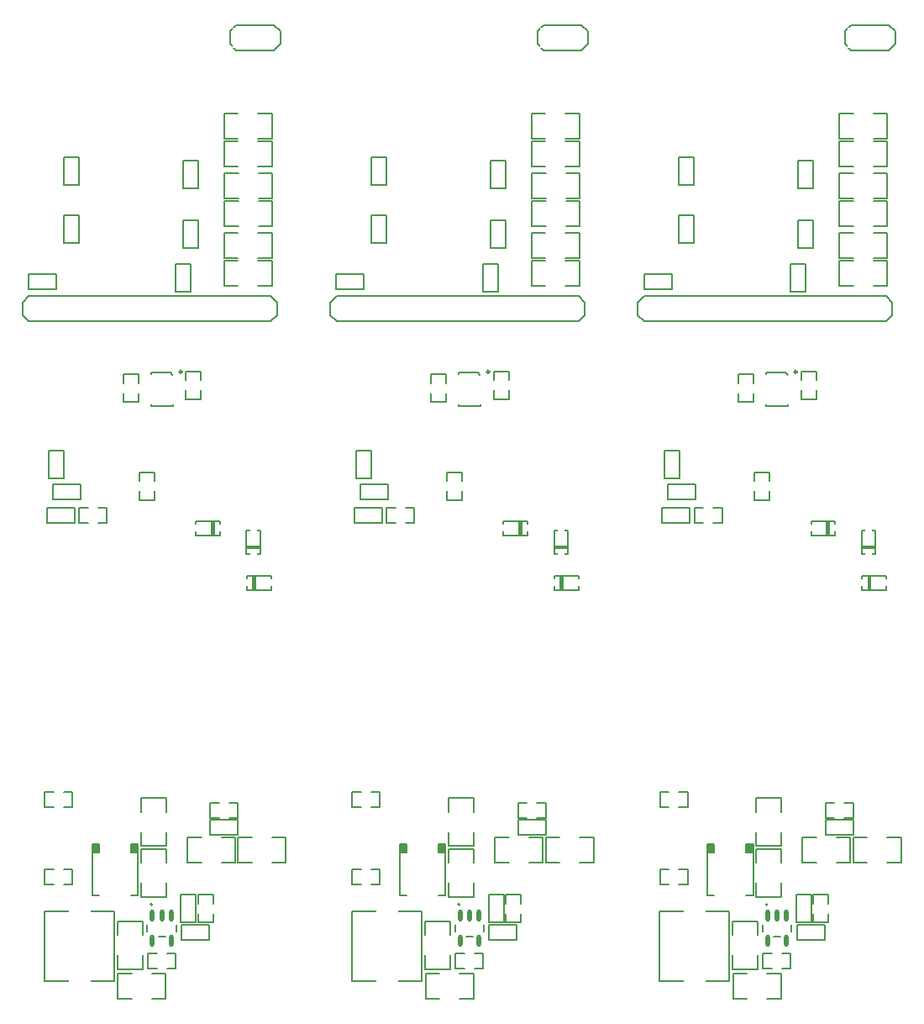
<source format=gbr>
%TF.GenerationSoftware,KiCad,Pcbnew,6.0.4-6f826c9f35~116~ubuntu20.04.1*%
%TF.CreationDate,2022-04-24T16:07:36+02:00*%
%TF.ProjectId,crawl_esc_pan,63726177-6c5f-4657-9363-5f70616e2e6b,rev?*%
%TF.SameCoordinates,Original*%
%TF.FileFunction,Legend,Bot*%
%TF.FilePolarity,Positive*%
%FSLAX46Y46*%
G04 Gerber Fmt 4.6, Leading zero omitted, Abs format (unit mm)*
G04 Created by KiCad (PCBNEW 6.0.4-6f826c9f35~116~ubuntu20.04.1) date 2022-04-24 16:07:36*
%MOMM*%
%LPD*%
G01*
G04 APERTURE LIST*
G04 Aperture macros list*
%AMRoundRect*
0 Rectangle with rounded corners*
0 $1 Rounding radius*
0 $2 $3 $4 $5 $6 $7 $8 $9 X,Y pos of 4 corners*
0 Add a 4 corners polygon primitive as box body*
4,1,4,$2,$3,$4,$5,$6,$7,$8,$9,$2,$3,0*
0 Add four circle primitives for the rounded corners*
1,1,$1+$1,$2,$3*
1,1,$1+$1,$4,$5*
1,1,$1+$1,$6,$7*
1,1,$1+$1,$8,$9*
0 Add four rect primitives between the rounded corners*
20,1,$1+$1,$2,$3,$4,$5,0*
20,1,$1+$1,$4,$5,$6,$7,0*
20,1,$1+$1,$6,$7,$8,$9,0*
20,1,$1+$1,$8,$9,$2,$3,0*%
G04 Aperture macros list end*
%ADD10C,0.200000*%
%ADD11C,0.127000*%
%ADD12C,0.150000*%
%ADD13C,0.250000*%
%ADD14C,2.000000*%
%ADD15R,2.000000X2.000000*%
%ADD16R,2.260000X2.160000*%
%ADD17R,1.016000X0.762000*%
%ADD18R,0.762000X1.016000*%
%ADD19R,1.193800X2.006600*%
%ADD20RoundRect,0.147500X-0.147500X0.457500X-0.147500X-0.457500X0.147500X-0.457500X0.147500X0.457500X0*%
%ADD21R,2.200000X2.700000*%
%ADD22R,2.006600X1.193800*%
%ADD23C,1.600200*%
%ADD24R,1.600200X1.600200*%
%ADD25C,1.000000*%
%ADD26R,0.800000X0.800000*%
%ADD27R,1.200000X0.600000*%
%ADD28O,4.300000X3.500000*%
%ADD29C,0.500000*%
%ADD30C,4.000000*%
G04 APERTURE END LIST*
D10*
%TO.C,D13*%
X178199542Y-126753780D02*
X178899542Y-126753780D01*
X182099542Y-126880780D02*
X182799542Y-126880780D01*
X178899542Y-127388780D02*
X178899542Y-126499780D01*
X178199542Y-126499780D02*
X178899542Y-126499780D01*
X182099542Y-127134780D02*
X182799542Y-127134780D01*
X182099542Y-127261780D02*
X182799542Y-127261780D01*
X178199542Y-127007780D02*
X178899542Y-127007780D01*
X182099542Y-127388780D02*
X182799542Y-127388780D01*
X182099542Y-131699779D02*
X182799542Y-131699779D01*
X178199542Y-126626780D02*
X178899542Y-126626780D01*
X182099542Y-127388780D02*
X182099542Y-126499780D01*
X178199542Y-131699779D02*
X178199542Y-126499780D01*
X182099542Y-127007780D02*
X182799542Y-127007780D01*
X182099542Y-126626780D02*
X182799542Y-126626780D01*
X182099542Y-126499780D02*
X182799542Y-126499780D01*
X178199542Y-127261780D02*
X178899542Y-127261780D01*
X178199542Y-131699779D02*
X178899542Y-131699779D01*
X178199542Y-127388780D02*
X178899542Y-127388780D01*
X182099542Y-126753780D02*
X182799542Y-126753780D01*
X182799542Y-131699779D02*
X182799542Y-126499780D01*
X178199542Y-126880780D02*
X178899542Y-126880780D01*
X178199542Y-127134780D02*
X178899542Y-127134780D01*
%TO.C,R65*%
X187137542Y-134396779D02*
X188661542Y-134396779D01*
X188661542Y-134396779D02*
X188661542Y-131602779D01*
X187137542Y-134396779D02*
X187137542Y-131602779D01*
X187137542Y-131602779D02*
X188661542Y-131602779D01*
%TO.C,R66*%
X187202544Y-136161782D02*
X187202544Y-134637782D01*
X187202544Y-134637782D02*
X189996544Y-134637782D01*
X187202544Y-136161782D02*
X189996544Y-136161782D01*
X189996544Y-136161782D02*
X189996544Y-134637782D01*
%TO.C,C110*%
X185707542Y-139061781D02*
X186596542Y-139061781D01*
X183802542Y-139061781D02*
X183802542Y-137537781D01*
X186596542Y-139061781D02*
X186596542Y-137537781D01*
X183802542Y-139061781D02*
X184691542Y-139061781D01*
X183802542Y-137537781D02*
X184691542Y-137537781D01*
X185707542Y-137537781D02*
X186596542Y-137537781D01*
%TO.C,C95*%
X187786542Y-125829777D02*
X189183542Y-125829777D01*
X191215542Y-128369777D02*
X192612542Y-128369777D01*
X187786542Y-128369777D02*
X187786542Y-125829777D01*
X187786542Y-128369777D02*
X189183542Y-128369777D01*
X191215542Y-125829777D02*
X192612542Y-125829777D01*
X192612542Y-128369777D02*
X192612542Y-125829777D01*
%TO.C,C97*%
X196315542Y-125829777D02*
X197712542Y-125829777D01*
X197712542Y-128369777D02*
X197712542Y-125829777D01*
X192886542Y-125829777D02*
X194283542Y-125829777D01*
X196315542Y-128369777D02*
X197712542Y-128369777D01*
X192886542Y-128369777D02*
X192886542Y-125829777D01*
X192886542Y-128369777D02*
X194283542Y-128369777D01*
%TO.C,IC15*%
X184249542Y-132589780D02*
G75*
G03*
X184249542Y-132589780I-100000J0D01*
G01*
D11*
X186649542Y-135329780D02*
X186649542Y-134669781D01*
X183749542Y-135329780D02*
X183749542Y-134669781D01*
X184864542Y-135799781D02*
X185534544Y-135799781D01*
D12*
%TO.C,L8*%
X180399545Y-140299780D02*
X180399545Y-133299779D01*
X173399544Y-140299780D02*
X173399544Y-133299779D01*
X173399544Y-140299780D02*
X180399545Y-140299780D01*
X173399544Y-133299779D02*
X180399545Y-133299779D01*
D10*
%TO.C,C111*%
X183129545Y-131812781D02*
X183129545Y-130415781D01*
X183129545Y-128383781D02*
X183129545Y-126986781D01*
X185669545Y-128383781D02*
X185669545Y-126986781D01*
X183129545Y-126986781D02*
X185669545Y-126986781D01*
X183129545Y-131812781D02*
X185669545Y-131812781D01*
X185669545Y-131812781D02*
X185669545Y-130415781D01*
%TO.C,C107*%
X188837542Y-132491779D02*
X188837542Y-131602779D01*
X190361542Y-134396779D02*
X190361542Y-133507779D01*
X190361542Y-132491779D02*
X190361542Y-131602779D01*
X188837542Y-131602779D02*
X190361542Y-131602779D01*
X188837542Y-134396779D02*
X190361542Y-134396779D01*
X188837542Y-134396779D02*
X188837542Y-133507779D01*
%TO.C,C102*%
X185612542Y-142069779D02*
X185612542Y-139529779D01*
X184215542Y-139529779D02*
X185612542Y-139529779D01*
X184215542Y-142069779D02*
X185612542Y-142069779D01*
X180786542Y-142069779D02*
X180786542Y-139529779D01*
X180786542Y-139529779D02*
X182183542Y-139529779D01*
X180786542Y-142069779D02*
X182183542Y-142069779D01*
%TO.C,C113*%
X173402544Y-121237779D02*
X174291544Y-121237779D01*
X173402544Y-122761779D02*
X174291544Y-122761779D01*
X176196544Y-122761779D02*
X176196544Y-121237779D01*
X175307544Y-121237779D02*
X176196544Y-121237779D01*
X173402544Y-122761779D02*
X173402544Y-121237779D01*
X175307544Y-122761779D02*
X176196544Y-122761779D01*
%TO.C,R61*%
X190102542Y-125561777D02*
X192896542Y-125561777D01*
X192896542Y-125561777D02*
X192896542Y-124037777D01*
X190102542Y-124037777D02*
X192896542Y-124037777D01*
X190102542Y-125561777D02*
X190102542Y-124037777D01*
%TO.C,C94*%
X190102542Y-123861777D02*
X190991542Y-123861777D01*
X192007542Y-122337777D02*
X192896542Y-122337777D01*
X192007542Y-123861777D02*
X192896542Y-123861777D01*
X192896542Y-123861777D02*
X192896542Y-122337777D01*
X190102542Y-122337777D02*
X190991542Y-122337777D01*
X190102542Y-123861777D02*
X190102542Y-122337777D01*
%TO.C,C112*%
X183129542Y-121886779D02*
X185669542Y-121886779D01*
X183129542Y-126712779D02*
X183129542Y-125315779D01*
X185669542Y-126712779D02*
X185669542Y-125315779D01*
X183129542Y-123283779D02*
X183129542Y-121886779D01*
X183129542Y-126712779D02*
X185669542Y-126712779D01*
X185669542Y-123283779D02*
X185669542Y-121886779D01*
%TO.C,C114*%
X173402544Y-130561777D02*
X173402544Y-129037777D01*
X173402544Y-130561777D02*
X174291544Y-130561777D01*
X176196544Y-130561777D02*
X176196544Y-129037777D01*
X175307544Y-130561777D02*
X176196544Y-130561777D01*
X173402544Y-129037777D02*
X174291544Y-129037777D01*
X175307544Y-129037777D02*
X176196544Y-129037777D01*
%TO.C,C101*%
X180729544Y-139112782D02*
X180729544Y-137715782D01*
X183269544Y-139112782D02*
X183269544Y-137715782D01*
X180729544Y-134286782D02*
X183269544Y-134286782D01*
X180729544Y-139112782D02*
X183269544Y-139112782D01*
X183269544Y-135683782D02*
X183269544Y-134286782D01*
X180729544Y-135683782D02*
X180729544Y-134286782D01*
%TO.C,D11*%
X147199542Y-126753780D02*
X147899542Y-126753780D01*
X151099542Y-126880780D02*
X151799542Y-126880780D01*
X147899542Y-127388780D02*
X147899542Y-126499780D01*
X147199542Y-126499780D02*
X147899542Y-126499780D01*
X151099542Y-127134780D02*
X151799542Y-127134780D01*
X151099542Y-127261780D02*
X151799542Y-127261780D01*
X147199542Y-127007780D02*
X147899542Y-127007780D01*
X151099542Y-127388780D02*
X151799542Y-127388780D01*
X151099542Y-131699779D02*
X151799542Y-131699779D01*
X147199542Y-126626780D02*
X147899542Y-126626780D01*
X151099542Y-127388780D02*
X151099542Y-126499780D01*
X147199542Y-131699779D02*
X147199542Y-126499780D01*
X151099542Y-127007780D02*
X151799542Y-127007780D01*
X151099542Y-126626780D02*
X151799542Y-126626780D01*
X151099542Y-126499780D02*
X151799542Y-126499780D01*
X147199542Y-127261780D02*
X147899542Y-127261780D01*
X147199542Y-131699779D02*
X147899542Y-131699779D01*
X147199542Y-127388780D02*
X147899542Y-127388780D01*
X151099542Y-126753780D02*
X151799542Y-126753780D01*
X151799542Y-131699779D02*
X151799542Y-126499780D01*
X147199542Y-126880780D02*
X147899542Y-126880780D01*
X147199542Y-127134780D02*
X147899542Y-127134780D01*
%TO.C,R59*%
X156137542Y-134396779D02*
X157661542Y-134396779D01*
X157661542Y-134396779D02*
X157661542Y-131602779D01*
X156137542Y-134396779D02*
X156137542Y-131602779D01*
X156137542Y-131602779D02*
X157661542Y-131602779D01*
%TO.C,R60*%
X156202544Y-136161782D02*
X156202544Y-134637782D01*
X156202544Y-134637782D02*
X158996544Y-134637782D01*
X156202544Y-136161782D02*
X158996544Y-136161782D01*
X158996544Y-136161782D02*
X158996544Y-134637782D01*
%TO.C,C88*%
X154707542Y-139061781D02*
X155596542Y-139061781D01*
X152802542Y-139061781D02*
X152802542Y-137537781D01*
X155596542Y-139061781D02*
X155596542Y-137537781D01*
X152802542Y-139061781D02*
X153691542Y-139061781D01*
X152802542Y-137537781D02*
X153691542Y-137537781D01*
X154707542Y-137537781D02*
X155596542Y-137537781D01*
%TO.C,C73*%
X156786542Y-125829777D02*
X158183542Y-125829777D01*
X160215542Y-128369777D02*
X161612542Y-128369777D01*
X156786542Y-128369777D02*
X156786542Y-125829777D01*
X156786542Y-128369777D02*
X158183542Y-128369777D01*
X160215542Y-125829777D02*
X161612542Y-125829777D01*
X161612542Y-128369777D02*
X161612542Y-125829777D01*
%TO.C,C75*%
X165315542Y-125829777D02*
X166712542Y-125829777D01*
X166712542Y-128369777D02*
X166712542Y-125829777D01*
X161886542Y-125829777D02*
X163283542Y-125829777D01*
X165315542Y-128369777D02*
X166712542Y-128369777D01*
X161886542Y-128369777D02*
X161886542Y-125829777D01*
X161886542Y-128369777D02*
X163283542Y-128369777D01*
%TO.C,IC12*%
X153249542Y-132589780D02*
G75*
G03*
X153249542Y-132589780I-100000J0D01*
G01*
D11*
X155649542Y-135329780D02*
X155649542Y-134669781D01*
X152749542Y-135329780D02*
X152749542Y-134669781D01*
X153864542Y-135799781D02*
X154534544Y-135799781D01*
D12*
%TO.C,L6*%
X149399545Y-140299780D02*
X149399545Y-133299779D01*
X142399544Y-140299780D02*
X142399544Y-133299779D01*
X142399544Y-140299780D02*
X149399545Y-140299780D01*
X142399544Y-133299779D02*
X149399545Y-133299779D01*
D10*
%TO.C,C89*%
X152129545Y-131812781D02*
X152129545Y-130415781D01*
X152129545Y-128383781D02*
X152129545Y-126986781D01*
X154669545Y-128383781D02*
X154669545Y-126986781D01*
X152129545Y-126986781D02*
X154669545Y-126986781D01*
X152129545Y-131812781D02*
X154669545Y-131812781D01*
X154669545Y-131812781D02*
X154669545Y-130415781D01*
%TO.C,C85*%
X157837542Y-132491779D02*
X157837542Y-131602779D01*
X159361542Y-134396779D02*
X159361542Y-133507779D01*
X159361542Y-132491779D02*
X159361542Y-131602779D01*
X157837542Y-131602779D02*
X159361542Y-131602779D01*
X157837542Y-134396779D02*
X159361542Y-134396779D01*
X157837542Y-134396779D02*
X157837542Y-133507779D01*
%TO.C,C80*%
X154612542Y-142069779D02*
X154612542Y-139529779D01*
X153215542Y-139529779D02*
X154612542Y-139529779D01*
X153215542Y-142069779D02*
X154612542Y-142069779D01*
X149786542Y-142069779D02*
X149786542Y-139529779D01*
X149786542Y-139529779D02*
X151183542Y-139529779D01*
X149786542Y-142069779D02*
X151183542Y-142069779D01*
%TO.C,C91*%
X142402544Y-121237779D02*
X143291544Y-121237779D01*
X142402544Y-122761779D02*
X143291544Y-122761779D01*
X145196544Y-122761779D02*
X145196544Y-121237779D01*
X144307544Y-121237779D02*
X145196544Y-121237779D01*
X142402544Y-122761779D02*
X142402544Y-121237779D01*
X144307544Y-122761779D02*
X145196544Y-122761779D01*
%TO.C,R55*%
X159102542Y-125561777D02*
X161896542Y-125561777D01*
X161896542Y-125561777D02*
X161896542Y-124037777D01*
X159102542Y-124037777D02*
X161896542Y-124037777D01*
X159102542Y-125561777D02*
X159102542Y-124037777D01*
%TO.C,C72*%
X159102542Y-123861777D02*
X159991542Y-123861777D01*
X161007542Y-122337777D02*
X161896542Y-122337777D01*
X161007542Y-123861777D02*
X161896542Y-123861777D01*
X161896542Y-123861777D02*
X161896542Y-122337777D01*
X159102542Y-122337777D02*
X159991542Y-122337777D01*
X159102542Y-123861777D02*
X159102542Y-122337777D01*
%TO.C,C90*%
X152129542Y-121886779D02*
X154669542Y-121886779D01*
X152129542Y-126712779D02*
X152129542Y-125315779D01*
X154669542Y-126712779D02*
X154669542Y-125315779D01*
X152129542Y-123283779D02*
X152129542Y-121886779D01*
X152129542Y-126712779D02*
X154669542Y-126712779D01*
X154669542Y-123283779D02*
X154669542Y-121886779D01*
%TO.C,C92*%
X142402544Y-130561777D02*
X142402544Y-129037777D01*
X142402544Y-130561777D02*
X143291544Y-130561777D01*
X145196544Y-130561777D02*
X145196544Y-129037777D01*
X144307544Y-130561777D02*
X145196544Y-130561777D01*
X142402544Y-129037777D02*
X143291544Y-129037777D01*
X144307544Y-129037777D02*
X145196544Y-129037777D01*
%TO.C,C79*%
X149729544Y-139112782D02*
X149729544Y-137715782D01*
X152269544Y-139112782D02*
X152269544Y-137715782D01*
X149729544Y-134286782D02*
X152269544Y-134286782D01*
X149729544Y-139112782D02*
X152269544Y-139112782D01*
X152269544Y-135683782D02*
X152269544Y-134286782D01*
X149729544Y-135683782D02*
X149729544Y-134286782D01*
D11*
%TO.C,D7*%
X193800000Y-99499998D02*
X196200000Y-99499998D01*
X194400002Y-100900000D02*
X194400002Y-99499998D01*
X193800000Y-100900000D02*
X193800000Y-99499998D01*
X196200000Y-100900000D02*
X196200000Y-99499998D01*
X193800000Y-100900000D02*
X196200000Y-100900000D01*
X194500002Y-100900000D02*
X194500002Y-99499998D01*
X194600002Y-100900000D02*
X194600002Y-99499998D01*
D10*
%TO.C,C67*%
X189162000Y-81697000D02*
X189162000Y-80808000D01*
X187638000Y-81697000D02*
X189162000Y-81697000D01*
X187638000Y-79792000D02*
X187638000Y-78903000D01*
X187638000Y-78903000D02*
X189162000Y-78903000D01*
X187638000Y-81697000D02*
X187638000Y-80808000D01*
X189162000Y-79792000D02*
X189162000Y-78903000D01*
%TO.C,R54*%
X174198417Y-90298073D02*
X176992417Y-90298073D01*
X174198417Y-91822073D02*
X176992417Y-91822073D01*
X174198417Y-91822073D02*
X174198417Y-90298073D01*
X176992417Y-91822073D02*
X176992417Y-90298073D01*
%TO.C,C58*%
X182933416Y-91857074D02*
X182933416Y-90968074D01*
X182933416Y-89063074D02*
X184457416Y-89063074D01*
X182933416Y-89952074D02*
X182933416Y-89063074D01*
X184457416Y-91857074D02*
X184457416Y-90968074D01*
X182933416Y-91857074D02*
X184457416Y-91857074D01*
X184457416Y-89952074D02*
X184457416Y-89063074D01*
%TO.C,L4*%
X175357416Y-89657073D02*
X175357416Y-86863073D01*
X173833416Y-86863073D02*
X175357416Y-86863073D01*
X173833416Y-89657073D02*
X173833416Y-86863073D01*
X173833416Y-89657073D02*
X175357416Y-89657073D01*
%TO.C,IC7*%
X186045401Y-79020148D02*
X186270402Y-79245146D01*
X184145402Y-82420146D02*
X184145402Y-82220146D01*
X184145402Y-82420146D02*
X186345403Y-82420146D01*
X184145402Y-79220145D02*
X184145402Y-79020148D01*
X184145402Y-79020148D02*
X186045401Y-79020148D01*
X186345403Y-82420146D02*
X186345403Y-82220146D01*
D13*
X187220404Y-78945146D02*
G75*
G03*
X187220404Y-78945146I-125000J0D01*
G01*
D10*
%TO.C,C60*%
X182862000Y-81997000D02*
X182862000Y-81108000D01*
X182862000Y-80092000D02*
X182862000Y-79203000D01*
X181338000Y-81997000D02*
X181338000Y-81108000D01*
X181338000Y-80092000D02*
X181338000Y-79203000D01*
X181338000Y-81997000D02*
X182862000Y-81997000D01*
X181338000Y-79203000D02*
X182862000Y-79203000D01*
D11*
%TO.C,D8*%
X195138002Y-97299998D02*
X195138002Y-94899998D01*
X193738000Y-96599998D02*
X195138002Y-96599998D01*
X193738000Y-97299998D02*
X195138002Y-97299998D01*
X193738000Y-96699998D02*
X195138002Y-96699998D01*
X193738000Y-97299998D02*
X193738000Y-94899998D01*
X193738000Y-94899998D02*
X195138002Y-94899998D01*
X193738000Y-96499998D02*
X195138002Y-96499998D01*
%TO.C,D9*%
X191045416Y-95400000D02*
X191045416Y-93999998D01*
X188645416Y-95400000D02*
X188645416Y-93999998D01*
X190245415Y-95400000D02*
X190245415Y-93999998D01*
X188645416Y-95400000D02*
X191045416Y-95400000D01*
X188645416Y-93999998D02*
X191045416Y-93999998D01*
X190345415Y-95400000D02*
X190345415Y-93999998D01*
X190445415Y-95400000D02*
X190445415Y-93999998D01*
D10*
%TO.C,C65*%
X176879417Y-94173757D02*
X176879417Y-92649757D01*
X178784417Y-94173757D02*
X179673417Y-94173757D01*
X176879417Y-94173757D02*
X177768417Y-94173757D01*
X179673417Y-94173757D02*
X179673417Y-92649757D01*
X176879417Y-92649757D02*
X177768417Y-92649757D01*
X178784417Y-92649757D02*
X179673417Y-92649757D01*
%TO.C,R44*%
X173631164Y-92637998D02*
X176425164Y-92637998D01*
X176425164Y-94161998D02*
X176425164Y-92637998D01*
X173631164Y-94161998D02*
X173631164Y-92637998D01*
X173631164Y-94161998D02*
X176425164Y-94161998D01*
D11*
%TO.C,D4*%
X162800000Y-99499998D02*
X165200000Y-99499998D01*
X163400002Y-100900000D02*
X163400002Y-99499998D01*
X162800000Y-100900000D02*
X162800000Y-99499998D01*
X165200000Y-100900000D02*
X165200000Y-99499998D01*
X162800000Y-100900000D02*
X165200000Y-100900000D01*
X163500002Y-100900000D02*
X163500002Y-99499998D01*
X163600002Y-100900000D02*
X163600002Y-99499998D01*
D10*
%TO.C,C51*%
X158162000Y-81697000D02*
X158162000Y-80808000D01*
X156638000Y-81697000D02*
X158162000Y-81697000D01*
X156638000Y-79792000D02*
X156638000Y-78903000D01*
X156638000Y-78903000D02*
X158162000Y-78903000D01*
X156638000Y-81697000D02*
X156638000Y-80808000D01*
X158162000Y-79792000D02*
X158162000Y-78903000D01*
%TO.C,R40*%
X143198417Y-90298073D02*
X145992417Y-90298073D01*
X143198417Y-91822073D02*
X145992417Y-91822073D01*
X143198417Y-91822073D02*
X143198417Y-90298073D01*
X145992417Y-91822073D02*
X145992417Y-90298073D01*
%TO.C,C42*%
X151933416Y-91857074D02*
X151933416Y-90968074D01*
X151933416Y-89063074D02*
X153457416Y-89063074D01*
X151933416Y-89952074D02*
X151933416Y-89063074D01*
X153457416Y-91857074D02*
X153457416Y-90968074D01*
X151933416Y-91857074D02*
X153457416Y-91857074D01*
X153457416Y-89952074D02*
X153457416Y-89063074D01*
%TO.C,L3*%
X144357416Y-89657073D02*
X144357416Y-86863073D01*
X142833416Y-86863073D02*
X144357416Y-86863073D01*
X142833416Y-89657073D02*
X142833416Y-86863073D01*
X142833416Y-89657073D02*
X144357416Y-89657073D01*
%TO.C,IC4*%
X155045401Y-79020148D02*
X155270402Y-79245146D01*
X153145402Y-82420146D02*
X153145402Y-82220146D01*
X153145402Y-82420146D02*
X155345403Y-82420146D01*
X153145402Y-79220145D02*
X153145402Y-79020148D01*
X153145402Y-79020148D02*
X155045401Y-79020148D01*
X155345403Y-82420146D02*
X155345403Y-82220146D01*
D13*
X156220404Y-78945146D02*
G75*
G03*
X156220404Y-78945146I-125000J0D01*
G01*
D10*
%TO.C,C44*%
X151862000Y-81997000D02*
X151862000Y-81108000D01*
X151862000Y-80092000D02*
X151862000Y-79203000D01*
X150338000Y-81997000D02*
X150338000Y-81108000D01*
X150338000Y-80092000D02*
X150338000Y-79203000D01*
X150338000Y-81997000D02*
X151862000Y-81997000D01*
X150338000Y-79203000D02*
X151862000Y-79203000D01*
D11*
%TO.C,D5*%
X164138002Y-97299998D02*
X164138002Y-94899998D01*
X162738000Y-96599998D02*
X164138002Y-96599998D01*
X162738000Y-97299998D02*
X164138002Y-97299998D01*
X162738000Y-96699998D02*
X164138002Y-96699998D01*
X162738000Y-97299998D02*
X162738000Y-94899998D01*
X162738000Y-94899998D02*
X164138002Y-94899998D01*
X162738000Y-96499998D02*
X164138002Y-96499998D01*
%TO.C,D6*%
X160045416Y-95400000D02*
X160045416Y-93999998D01*
X157645416Y-95400000D02*
X157645416Y-93999998D01*
X159245415Y-95400000D02*
X159245415Y-93999998D01*
X157645416Y-95400000D02*
X160045416Y-95400000D01*
X157645416Y-93999998D02*
X160045416Y-93999998D01*
X159345415Y-95400000D02*
X159345415Y-93999998D01*
X159445415Y-95400000D02*
X159445415Y-93999998D01*
D10*
%TO.C,C49*%
X145879417Y-94173757D02*
X145879417Y-92649757D01*
X147784417Y-94173757D02*
X148673417Y-94173757D01*
X145879417Y-94173757D02*
X146768417Y-94173757D01*
X148673417Y-94173757D02*
X148673417Y-92649757D01*
X145879417Y-92649757D02*
X146768417Y-92649757D01*
X147784417Y-92649757D02*
X148673417Y-92649757D01*
%TO.C,R30*%
X142631164Y-92637998D02*
X145425164Y-92637998D01*
X145425164Y-94161998D02*
X145425164Y-92637998D01*
X142631164Y-94161998D02*
X142631164Y-92637998D01*
X142631164Y-94161998D02*
X145425164Y-94161998D01*
D11*
%TO.C,ST11*%
X196195000Y-73869998D02*
X196830000Y-73234998D01*
X171176000Y-73234998D02*
X171811000Y-73869998D01*
X196830000Y-73234998D02*
X196830000Y-71964998D01*
X171176000Y-73234998D02*
X171176000Y-71964998D01*
X171811000Y-71329998D02*
X196195000Y-71329998D01*
X171811000Y-73869998D02*
X196195000Y-73869998D01*
X196195000Y-71329998D02*
X196830000Y-71964998D01*
X171176000Y-71964998D02*
X171811000Y-71329998D01*
D10*
%TO.C,R21*%
X186588000Y-68107998D02*
X188112000Y-68107998D01*
X186588000Y-70901998D02*
X186588000Y-68107998D01*
X188112000Y-70901998D02*
X188112000Y-68107998D01*
X186588000Y-70901998D02*
X188112000Y-70901998D01*
%TO.C,C36*%
X194915998Y-67469998D02*
X196312998Y-67469998D01*
X194915998Y-64929998D02*
X196312998Y-64929998D01*
X191486998Y-64929998D02*
X192883998Y-64929998D01*
X191486998Y-67469998D02*
X192883998Y-67469998D01*
X191486998Y-67469998D02*
X191486998Y-64929998D01*
X196312998Y-67469998D02*
X196312998Y-64929998D01*
%TO.C,C33*%
X194930267Y-58904998D02*
X196327267Y-58904998D01*
X194930267Y-61444998D02*
X196327267Y-61444998D01*
X196327267Y-61444998D02*
X196327267Y-58904998D01*
X191501267Y-58904998D02*
X192898267Y-58904998D01*
X191501267Y-61444998D02*
X191501267Y-58904998D01*
X191501267Y-61444998D02*
X192898267Y-61444998D01*
%TO.C,C37*%
X196313003Y-58270002D02*
X196313003Y-55730002D01*
X194916003Y-55730002D02*
X196313003Y-55730002D01*
X191487003Y-58270002D02*
X191487003Y-55730002D01*
X194916003Y-58270002D02*
X196313003Y-58270002D01*
X191487003Y-58270002D02*
X192884003Y-58270002D01*
X191487003Y-55730002D02*
X192884003Y-55730002D01*
D11*
%TO.C,ST10*%
X192695000Y-46570000D02*
X196505000Y-46570000D01*
X192060000Y-44665000D02*
X192695000Y-44030000D01*
X192695000Y-44030000D02*
X196505000Y-44030000D01*
X197140000Y-45935000D02*
X197140000Y-44665000D01*
X192060000Y-45935000D02*
X192695000Y-46570000D01*
X196505000Y-46570000D02*
X197140000Y-45935000D01*
X196505000Y-44030000D02*
X197140000Y-44665000D01*
X192060000Y-45935000D02*
X192060000Y-44665000D01*
D10*
%TO.C,R25*%
X176862000Y-65997000D02*
X176862000Y-63203000D01*
X175338000Y-65997000D02*
X175338000Y-63203000D01*
X175338000Y-65997000D02*
X176862000Y-65997000D01*
X175338000Y-63203000D02*
X176862000Y-63203000D01*
%TO.C,R24*%
X171803000Y-70661998D02*
X174597000Y-70661998D01*
X171803000Y-70661998D02*
X171803000Y-69137998D01*
X171803000Y-69137998D02*
X174597000Y-69137998D01*
X174597000Y-70661998D02*
X174597000Y-69137998D01*
%TO.C,C34*%
X194930267Y-61704994D02*
X196327267Y-61704994D01*
X191501267Y-64244994D02*
X192898267Y-64244994D01*
X191501267Y-64244994D02*
X191501267Y-61704994D01*
X194930267Y-64244994D02*
X196327267Y-64244994D01*
X196327267Y-64244994D02*
X196327267Y-61704994D01*
X191501267Y-61704994D02*
X192898267Y-61704994D01*
%TO.C,C35*%
X191486998Y-70269996D02*
X191486998Y-67729996D01*
X191486998Y-67729996D02*
X192883998Y-67729996D01*
X194915998Y-70269996D02*
X196312998Y-70269996D01*
X191486998Y-70269996D02*
X192883998Y-70269996D01*
X194915998Y-67729996D02*
X196312998Y-67729996D01*
X196312998Y-70269996D02*
X196312998Y-67729996D01*
%TO.C,C38*%
X194916003Y-52930000D02*
X196313003Y-52930000D01*
X191487003Y-55470000D02*
X191487003Y-52930000D01*
X191487003Y-52930000D02*
X192884003Y-52930000D01*
X194916003Y-55470000D02*
X196313003Y-55470000D01*
X196313003Y-55470000D02*
X196313003Y-52930000D01*
X191487003Y-55470000D02*
X192884003Y-55470000D01*
%TO.C,R26*%
X175338000Y-60096998D02*
X175338000Y-57302998D01*
X176862000Y-60096998D02*
X176862000Y-57302998D01*
X175338000Y-60096998D02*
X176862000Y-60096998D01*
X175338000Y-57302998D02*
X176862000Y-57302998D01*
%TO.C,R22*%
X187338002Y-66446998D02*
X188862002Y-66446998D01*
X187338002Y-66446998D02*
X187338002Y-63652998D01*
X187338002Y-63652998D02*
X188862002Y-63652998D01*
X188862002Y-66446998D02*
X188862002Y-63652998D01*
%TO.C,R23*%
X187338002Y-60446998D02*
X187338002Y-57652998D01*
X187338002Y-57652998D02*
X188862002Y-57652998D01*
X188862002Y-60446998D02*
X188862002Y-57652998D01*
X187338002Y-60446998D02*
X188862002Y-60446998D01*
D11*
%TO.C,ST9*%
X165195000Y-73869998D02*
X165830000Y-73234998D01*
X140176000Y-73234998D02*
X140811000Y-73869998D01*
X165830000Y-73234998D02*
X165830000Y-71964998D01*
X140176000Y-73234998D02*
X140176000Y-71964998D01*
X140811000Y-71329998D02*
X165195000Y-71329998D01*
X140811000Y-73869998D02*
X165195000Y-73869998D01*
X165195000Y-71329998D02*
X165830000Y-71964998D01*
X140176000Y-71964998D02*
X140811000Y-71329998D01*
D10*
%TO.C,R15*%
X155588000Y-68107998D02*
X157112000Y-68107998D01*
X155588000Y-70901998D02*
X155588000Y-68107998D01*
X157112000Y-70901998D02*
X157112000Y-68107998D01*
X155588000Y-70901998D02*
X157112000Y-70901998D01*
%TO.C,C28*%
X163915998Y-67469998D02*
X165312998Y-67469998D01*
X163915998Y-64929998D02*
X165312998Y-64929998D01*
X160486998Y-64929998D02*
X161883998Y-64929998D01*
X160486998Y-67469998D02*
X161883998Y-67469998D01*
X160486998Y-67469998D02*
X160486998Y-64929998D01*
X165312998Y-67469998D02*
X165312998Y-64929998D01*
%TO.C,C25*%
X163930267Y-58904998D02*
X165327267Y-58904998D01*
X163930267Y-61444998D02*
X165327267Y-61444998D01*
X165327267Y-61444998D02*
X165327267Y-58904998D01*
X160501267Y-58904998D02*
X161898267Y-58904998D01*
X160501267Y-61444998D02*
X160501267Y-58904998D01*
X160501267Y-61444998D02*
X161898267Y-61444998D01*
%TO.C,C29*%
X165313003Y-58270002D02*
X165313003Y-55730002D01*
X163916003Y-55730002D02*
X165313003Y-55730002D01*
X160487003Y-58270002D02*
X160487003Y-55730002D01*
X163916003Y-58270002D02*
X165313003Y-58270002D01*
X160487003Y-58270002D02*
X161884003Y-58270002D01*
X160487003Y-55730002D02*
X161884003Y-55730002D01*
D11*
%TO.C,ST8*%
X161695000Y-46570000D02*
X165505000Y-46570000D01*
X161060000Y-44665000D02*
X161695000Y-44030000D01*
X161695000Y-44030000D02*
X165505000Y-44030000D01*
X166140000Y-45935000D02*
X166140000Y-44665000D01*
X161060000Y-45935000D02*
X161695000Y-46570000D01*
X165505000Y-46570000D02*
X166140000Y-45935000D01*
X165505000Y-44030000D02*
X166140000Y-44665000D01*
X161060000Y-45935000D02*
X161060000Y-44665000D01*
D10*
%TO.C,R19*%
X145862000Y-65997000D02*
X145862000Y-63203000D01*
X144338000Y-65997000D02*
X144338000Y-63203000D01*
X144338000Y-65997000D02*
X145862000Y-65997000D01*
X144338000Y-63203000D02*
X145862000Y-63203000D01*
%TO.C,R18*%
X140803000Y-70661998D02*
X143597000Y-70661998D01*
X140803000Y-70661998D02*
X140803000Y-69137998D01*
X140803000Y-69137998D02*
X143597000Y-69137998D01*
X143597000Y-70661998D02*
X143597000Y-69137998D01*
%TO.C,C26*%
X163930267Y-61704994D02*
X165327267Y-61704994D01*
X160501267Y-64244994D02*
X161898267Y-64244994D01*
X160501267Y-64244994D02*
X160501267Y-61704994D01*
X163930267Y-64244994D02*
X165327267Y-64244994D01*
X165327267Y-64244994D02*
X165327267Y-61704994D01*
X160501267Y-61704994D02*
X161898267Y-61704994D01*
%TO.C,C27*%
X160486998Y-70269996D02*
X160486998Y-67729996D01*
X160486998Y-67729996D02*
X161883998Y-67729996D01*
X163915998Y-70269996D02*
X165312998Y-70269996D01*
X160486998Y-70269996D02*
X161883998Y-70269996D01*
X163915998Y-67729996D02*
X165312998Y-67729996D01*
X165312998Y-70269996D02*
X165312998Y-67729996D01*
%TO.C,C30*%
X163916003Y-52930000D02*
X165313003Y-52930000D01*
X160487003Y-55470000D02*
X160487003Y-52930000D01*
X160487003Y-52930000D02*
X161884003Y-52930000D01*
X163916003Y-55470000D02*
X165313003Y-55470000D01*
X165313003Y-55470000D02*
X165313003Y-52930000D01*
X160487003Y-55470000D02*
X161884003Y-55470000D01*
%TO.C,R20*%
X144338000Y-60096998D02*
X144338000Y-57302998D01*
X145862000Y-60096998D02*
X145862000Y-57302998D01*
X144338000Y-60096998D02*
X145862000Y-60096998D01*
X144338000Y-57302998D02*
X145862000Y-57302998D01*
%TO.C,R16*%
X156338002Y-66446998D02*
X157862002Y-66446998D01*
X156338002Y-66446998D02*
X156338002Y-63652998D01*
X156338002Y-63652998D02*
X157862002Y-63652998D01*
X157862002Y-66446998D02*
X157862002Y-63652998D01*
%TO.C,R17*%
X156338002Y-60446998D02*
X156338002Y-57652998D01*
X156338002Y-57652998D02*
X157862002Y-57652998D01*
X157862002Y-60446998D02*
X157862002Y-57652998D01*
X156338002Y-60446998D02*
X157862002Y-60446998D01*
%TO.C,C3*%
X132930267Y-58904998D02*
X134327267Y-58904998D01*
X132930267Y-61444998D02*
X134327267Y-61444998D01*
X134327267Y-61444998D02*
X134327267Y-58904998D01*
X129501267Y-58904998D02*
X130898267Y-58904998D01*
X129501267Y-61444998D02*
X129501267Y-58904998D01*
X129501267Y-61444998D02*
X130898267Y-61444998D01*
%TO.C,C7*%
X134313003Y-58270002D02*
X134313003Y-55730002D01*
X132916003Y-55730002D02*
X134313003Y-55730002D01*
X129487003Y-58270002D02*
X129487003Y-55730002D01*
X132916003Y-58270002D02*
X134313003Y-58270002D01*
X129487003Y-58270002D02*
X130884003Y-58270002D01*
X129487003Y-55730002D02*
X130884003Y-55730002D01*
%TO.C,R5*%
X114862000Y-65997000D02*
X114862000Y-63203000D01*
X113338000Y-65997000D02*
X113338000Y-63203000D01*
X113338000Y-65997000D02*
X114862000Y-65997000D01*
X113338000Y-63203000D02*
X114862000Y-63203000D01*
%TO.C,C8*%
X132916003Y-52930000D02*
X134313003Y-52930000D01*
X129487003Y-55470000D02*
X129487003Y-52930000D01*
X129487003Y-52930000D02*
X130884003Y-52930000D01*
X132916003Y-55470000D02*
X134313003Y-55470000D01*
X134313003Y-55470000D02*
X134313003Y-52930000D01*
X129487003Y-55470000D02*
X130884003Y-55470000D01*
%TO.C,C5*%
X129486998Y-70269996D02*
X129486998Y-67729996D01*
X129486998Y-67729996D02*
X130883998Y-67729996D01*
X132915998Y-70269996D02*
X134312998Y-70269996D01*
X129486998Y-70269996D02*
X130883998Y-70269996D01*
X132915998Y-67729996D02*
X134312998Y-67729996D01*
X134312998Y-70269996D02*
X134312998Y-67729996D01*
%TO.C,R1*%
X124588000Y-68107998D02*
X126112000Y-68107998D01*
X124588000Y-70901998D02*
X124588000Y-68107998D01*
X126112000Y-70901998D02*
X126112000Y-68107998D01*
X124588000Y-70901998D02*
X126112000Y-70901998D01*
D11*
%TO.C,ST1*%
X130695000Y-46570000D02*
X134505000Y-46570000D01*
X130060000Y-44665000D02*
X130695000Y-44030000D01*
X130695000Y-44030000D02*
X134505000Y-44030000D01*
X135140000Y-45935000D02*
X135140000Y-44665000D01*
X130060000Y-45935000D02*
X130695000Y-46570000D01*
X134505000Y-46570000D02*
X135140000Y-45935000D01*
X134505000Y-44030000D02*
X135140000Y-44665000D01*
X130060000Y-45935000D02*
X130060000Y-44665000D01*
D10*
%TO.C,R3*%
X125338002Y-60446998D02*
X125338002Y-57652998D01*
X125338002Y-57652998D02*
X126862002Y-57652998D01*
X126862002Y-60446998D02*
X126862002Y-57652998D01*
X125338002Y-60446998D02*
X126862002Y-60446998D01*
%TO.C,R2*%
X125338002Y-66446998D02*
X126862002Y-66446998D01*
X125338002Y-66446998D02*
X125338002Y-63652998D01*
X125338002Y-63652998D02*
X126862002Y-63652998D01*
X126862002Y-66446998D02*
X126862002Y-63652998D01*
%TO.C,C6*%
X132915998Y-67469998D02*
X134312998Y-67469998D01*
X132915998Y-64929998D02*
X134312998Y-64929998D01*
X129486998Y-64929998D02*
X130883998Y-64929998D01*
X129486998Y-67469998D02*
X130883998Y-67469998D01*
X129486998Y-67469998D02*
X129486998Y-64929998D01*
X134312998Y-67469998D02*
X134312998Y-64929998D01*
%TO.C,R6*%
X113338000Y-60096998D02*
X113338000Y-57302998D01*
X114862000Y-60096998D02*
X114862000Y-57302998D01*
X113338000Y-60096998D02*
X114862000Y-60096998D01*
X113338000Y-57302998D02*
X114862000Y-57302998D01*
D11*
%TO.C,ST2*%
X134195000Y-73869998D02*
X134830000Y-73234998D01*
X109176000Y-73234998D02*
X109811000Y-73869998D01*
X134830000Y-73234998D02*
X134830000Y-71964998D01*
X109176000Y-73234998D02*
X109176000Y-71964998D01*
X109811000Y-71329998D02*
X134195000Y-71329998D01*
X109811000Y-73869998D02*
X134195000Y-73869998D01*
X134195000Y-71329998D02*
X134830000Y-71964998D01*
X109176000Y-71964998D02*
X109811000Y-71329998D01*
D10*
%TO.C,R4*%
X109803000Y-70661998D02*
X112597000Y-70661998D01*
X109803000Y-70661998D02*
X109803000Y-69137998D01*
X109803000Y-69137998D02*
X112597000Y-69137998D01*
X112597000Y-70661998D02*
X112597000Y-69137998D01*
%TO.C,C4*%
X132930267Y-61704994D02*
X134327267Y-61704994D01*
X129501267Y-64244994D02*
X130898267Y-64244994D01*
X129501267Y-64244994D02*
X129501267Y-61704994D01*
X132930267Y-64244994D02*
X134327267Y-64244994D01*
X134327267Y-64244994D02*
X134327267Y-61704994D01*
X129501267Y-61704994D02*
X130898267Y-61704994D01*
%TO.C,R4*%
X111631164Y-92637998D02*
X114425164Y-92637998D01*
X114425164Y-94161998D02*
X114425164Y-92637998D01*
X111631164Y-94161998D02*
X111631164Y-92637998D01*
X111631164Y-94161998D02*
X114425164Y-94161998D01*
%TO.C,C11*%
X114879417Y-94173757D02*
X114879417Y-92649757D01*
X116784417Y-94173757D02*
X117673417Y-94173757D01*
X114879417Y-94173757D02*
X115768417Y-94173757D01*
X117673417Y-94173757D02*
X117673417Y-92649757D01*
X114879417Y-92649757D02*
X115768417Y-92649757D01*
X116784417Y-92649757D02*
X117673417Y-92649757D01*
D11*
%TO.C,D3*%
X129045416Y-95400000D02*
X129045416Y-93999998D01*
X126645416Y-95400000D02*
X126645416Y-93999998D01*
X128245415Y-95400000D02*
X128245415Y-93999998D01*
X126645416Y-95400000D02*
X129045416Y-95400000D01*
X126645416Y-93999998D02*
X129045416Y-93999998D01*
X128345415Y-95400000D02*
X128345415Y-93999998D01*
X128445415Y-95400000D02*
X128445415Y-93999998D01*
%TO.C,D2*%
X133138002Y-97299998D02*
X133138002Y-94899998D01*
X131738000Y-96599998D02*
X133138002Y-96599998D01*
X131738000Y-97299998D02*
X133138002Y-97299998D01*
X131738000Y-96699998D02*
X133138002Y-96699998D01*
X131738000Y-97299998D02*
X131738000Y-94899998D01*
X131738000Y-94899998D02*
X133138002Y-94899998D01*
X131738000Y-96499998D02*
X133138002Y-96499998D01*
D10*
%TO.C,C6*%
X120862000Y-81997000D02*
X120862000Y-81108000D01*
X120862000Y-80092000D02*
X120862000Y-79203000D01*
X119338000Y-81997000D02*
X119338000Y-81108000D01*
X119338000Y-80092000D02*
X119338000Y-79203000D01*
X119338000Y-81997000D02*
X120862000Y-81997000D01*
X119338000Y-79203000D02*
X120862000Y-79203000D01*
%TO.C,IC1*%
X124045401Y-79020148D02*
X124270402Y-79245146D01*
X122145402Y-82420146D02*
X122145402Y-82220146D01*
X122145402Y-82420146D02*
X124345403Y-82420146D01*
X122145402Y-79220145D02*
X122145402Y-79020148D01*
X122145402Y-79020148D02*
X124045401Y-79020148D01*
X124345403Y-82420146D02*
X124345403Y-82220146D01*
D13*
X125220404Y-78945146D02*
G75*
G03*
X125220404Y-78945146I-125000J0D01*
G01*
D10*
%TO.C,L1*%
X113357416Y-89657073D02*
X113357416Y-86863073D01*
X111833416Y-86863073D02*
X113357416Y-86863073D01*
X111833416Y-89657073D02*
X111833416Y-86863073D01*
X111833416Y-89657073D02*
X113357416Y-89657073D01*
%TO.C,C4*%
X120933416Y-91857074D02*
X120933416Y-90968074D01*
X120933416Y-89063074D02*
X122457416Y-89063074D01*
X120933416Y-89952074D02*
X120933416Y-89063074D01*
X122457416Y-91857074D02*
X122457416Y-90968074D01*
X120933416Y-91857074D02*
X122457416Y-91857074D01*
X122457416Y-89952074D02*
X122457416Y-89063074D01*
%TO.C,R14*%
X112198417Y-90298073D02*
X114992417Y-90298073D01*
X112198417Y-91822073D02*
X114992417Y-91822073D01*
X112198417Y-91822073D02*
X112198417Y-90298073D01*
X114992417Y-91822073D02*
X114992417Y-90298073D01*
%TO.C,C13*%
X127162000Y-81697000D02*
X127162000Y-80808000D01*
X125638000Y-81697000D02*
X127162000Y-81697000D01*
X125638000Y-79792000D02*
X125638000Y-78903000D01*
X125638000Y-78903000D02*
X127162000Y-78903000D01*
X125638000Y-81697000D02*
X125638000Y-80808000D01*
X127162000Y-79792000D02*
X127162000Y-78903000D01*
D11*
%TO.C,D1*%
X131800000Y-99499998D02*
X134200000Y-99499998D01*
X132400002Y-100900000D02*
X132400002Y-99499998D01*
X131800000Y-100900000D02*
X131800000Y-99499998D01*
X134200000Y-100900000D02*
X134200000Y-99499998D01*
X131800000Y-100900000D02*
X134200000Y-100900000D01*
X132500002Y-100900000D02*
X132500002Y-99499998D01*
X132600002Y-100900000D02*
X132600002Y-99499998D01*
D10*
%TO.C,C9*%
X118729544Y-139112782D02*
X118729544Y-137715782D01*
X121269544Y-139112782D02*
X121269544Y-137715782D01*
X118729544Y-134286782D02*
X121269544Y-134286782D01*
X118729544Y-139112782D02*
X121269544Y-139112782D01*
X121269544Y-135683782D02*
X121269544Y-134286782D01*
X118729544Y-135683782D02*
X118729544Y-134286782D01*
%TO.C,C20*%
X121129542Y-121886779D02*
X123669542Y-121886779D01*
X121129542Y-126712779D02*
X121129542Y-125315779D01*
X123669542Y-126712779D02*
X123669542Y-125315779D01*
X121129542Y-123283779D02*
X121129542Y-121886779D01*
X121129542Y-126712779D02*
X123669542Y-126712779D01*
X123669542Y-123283779D02*
X123669542Y-121886779D01*
%TO.C,C2*%
X128102542Y-123861777D02*
X128991542Y-123861777D01*
X130007542Y-122337777D02*
X130896542Y-122337777D01*
X130007542Y-123861777D02*
X130896542Y-123861777D01*
X130896542Y-123861777D02*
X130896542Y-122337777D01*
X128102542Y-122337777D02*
X128991542Y-122337777D01*
X128102542Y-123861777D02*
X128102542Y-122337777D01*
%TO.C,R1*%
X128102542Y-125561777D02*
X130896542Y-125561777D01*
X130896542Y-125561777D02*
X130896542Y-124037777D01*
X128102542Y-124037777D02*
X130896542Y-124037777D01*
X128102542Y-125561777D02*
X128102542Y-124037777D01*
%TO.C,C21*%
X111402544Y-121237779D02*
X112291544Y-121237779D01*
X111402544Y-122761779D02*
X112291544Y-122761779D01*
X114196544Y-122761779D02*
X114196544Y-121237779D01*
X113307544Y-121237779D02*
X114196544Y-121237779D01*
X111402544Y-122761779D02*
X111402544Y-121237779D01*
X113307544Y-122761779D02*
X114196544Y-122761779D01*
%TO.C,C3*%
X125786542Y-125829777D02*
X127183542Y-125829777D01*
X129215542Y-128369777D02*
X130612542Y-128369777D01*
X125786542Y-128369777D02*
X125786542Y-125829777D01*
X125786542Y-128369777D02*
X127183542Y-128369777D01*
X129215542Y-125829777D02*
X130612542Y-125829777D01*
X130612542Y-128369777D02*
X130612542Y-125829777D01*
%TO.C,C18*%
X123707542Y-139061781D02*
X124596542Y-139061781D01*
X121802542Y-139061781D02*
X121802542Y-137537781D01*
X124596542Y-139061781D02*
X124596542Y-137537781D01*
X121802542Y-139061781D02*
X122691542Y-139061781D01*
X121802542Y-137537781D02*
X122691542Y-137537781D01*
X123707542Y-137537781D02*
X124596542Y-137537781D01*
%TO.C,R6*%
X125202544Y-136161782D02*
X125202544Y-134637782D01*
X125202544Y-134637782D02*
X127996544Y-134637782D01*
X125202544Y-136161782D02*
X127996544Y-136161782D01*
X127996544Y-136161782D02*
X127996544Y-134637782D01*
%TO.C,R5*%
X125137542Y-134396779D02*
X126661542Y-134396779D01*
X126661542Y-134396779D02*
X126661542Y-131602779D01*
X125137542Y-134396779D02*
X125137542Y-131602779D01*
X125137542Y-131602779D02*
X126661542Y-131602779D01*
%TO.C,D2*%
X116199542Y-126753780D02*
X116899542Y-126753780D01*
X120099542Y-126880780D02*
X120799542Y-126880780D01*
X116899542Y-127388780D02*
X116899542Y-126499780D01*
X116199542Y-126499780D02*
X116899542Y-126499780D01*
X120099542Y-127134780D02*
X120799542Y-127134780D01*
X120099542Y-127261780D02*
X120799542Y-127261780D01*
X116199542Y-127007780D02*
X116899542Y-127007780D01*
X120099542Y-127388780D02*
X120799542Y-127388780D01*
X120099542Y-131699779D02*
X120799542Y-131699779D01*
X116199542Y-126626780D02*
X116899542Y-126626780D01*
X120099542Y-127388780D02*
X120099542Y-126499780D01*
X116199542Y-131699779D02*
X116199542Y-126499780D01*
X120099542Y-127007780D02*
X120799542Y-127007780D01*
X120099542Y-126626780D02*
X120799542Y-126626780D01*
X120099542Y-126499780D02*
X120799542Y-126499780D01*
X116199542Y-127261780D02*
X116899542Y-127261780D01*
X116199542Y-131699779D02*
X116899542Y-131699779D01*
X116199542Y-127388780D02*
X116899542Y-127388780D01*
X120099542Y-126753780D02*
X120799542Y-126753780D01*
X120799542Y-131699779D02*
X120799542Y-126499780D01*
X116199542Y-126880780D02*
X116899542Y-126880780D01*
X116199542Y-127134780D02*
X116899542Y-127134780D01*
%TO.C,C22*%
X111402544Y-130561777D02*
X111402544Y-129037777D01*
X111402544Y-130561777D02*
X112291544Y-130561777D01*
X114196544Y-130561777D02*
X114196544Y-129037777D01*
X113307544Y-130561777D02*
X114196544Y-130561777D01*
X111402544Y-129037777D02*
X112291544Y-129037777D01*
X113307544Y-129037777D02*
X114196544Y-129037777D01*
%TO.C,C10*%
X123612542Y-142069779D02*
X123612542Y-139529779D01*
X122215542Y-139529779D02*
X123612542Y-139529779D01*
X122215542Y-142069779D02*
X123612542Y-142069779D01*
X118786542Y-142069779D02*
X118786542Y-139529779D01*
X118786542Y-139529779D02*
X120183542Y-139529779D01*
X118786542Y-142069779D02*
X120183542Y-142069779D01*
%TO.C,C15*%
X126837542Y-132491779D02*
X126837542Y-131602779D01*
X128361542Y-134396779D02*
X128361542Y-133507779D01*
X128361542Y-132491779D02*
X128361542Y-131602779D01*
X126837542Y-131602779D02*
X128361542Y-131602779D01*
X126837542Y-134396779D02*
X128361542Y-134396779D01*
X126837542Y-134396779D02*
X126837542Y-133507779D01*
%TO.C,C19*%
X121129545Y-131812781D02*
X121129545Y-130415781D01*
X121129545Y-128383781D02*
X121129545Y-126986781D01*
X123669545Y-128383781D02*
X123669545Y-126986781D01*
X121129545Y-126986781D02*
X123669545Y-126986781D01*
X121129545Y-131812781D02*
X123669545Y-131812781D01*
X123669545Y-131812781D02*
X123669545Y-130415781D01*
D12*
%TO.C,L2*%
X118399545Y-140299780D02*
X118399545Y-133299779D01*
X111399544Y-140299780D02*
X111399544Y-133299779D01*
X111399544Y-140299780D02*
X118399545Y-140299780D01*
X111399544Y-133299779D02*
X118399545Y-133299779D01*
D10*
%TO.C,IC3*%
X122249542Y-132589780D02*
G75*
G03*
X122249542Y-132589780I-100000J0D01*
G01*
D11*
X124649542Y-135329780D02*
X124649542Y-134669781D01*
X121749542Y-135329780D02*
X121749542Y-134669781D01*
X122864542Y-135799781D02*
X123534544Y-135799781D01*
D10*
%TO.C,C5*%
X134315542Y-125829777D02*
X135712542Y-125829777D01*
X135712542Y-128369777D02*
X135712542Y-125829777D01*
X130886542Y-125829777D02*
X132283542Y-125829777D01*
X134315542Y-128369777D02*
X135712542Y-128369777D01*
X130886542Y-128369777D02*
X130886542Y-125829777D01*
X130886542Y-128369777D02*
X132283542Y-128369777D01*
%TD*%
%LPC*%
D14*
%TO.C,ST25*%
X195865544Y-115299779D03*
X193325544Y-115299779D03*
D15*
X190785544Y-115299779D03*
%TD*%
D16*
%TO.C,D13*%
X180499542Y-126649779D03*
X180499542Y-131549780D03*
%TD*%
D17*
%TO.C,R65*%
X187899542Y-132237779D03*
X187899542Y-133761779D03*
%TD*%
D18*
%TO.C,R66*%
X187837544Y-135399782D03*
X189361544Y-135399782D03*
%TD*%
%TO.C,C110*%
X185961542Y-138299781D03*
X184437542Y-138299781D03*
%TD*%
D19*
%TO.C,C95*%
X191723542Y-127099777D03*
X188675542Y-127099777D03*
%TD*%
%TO.C,C97*%
X193775542Y-127099777D03*
X196823542Y-127099777D03*
%TD*%
D20*
%TO.C,IC15*%
X184249542Y-136254779D03*
X186149544Y-136254779D03*
X186149544Y-133744782D03*
X185199542Y-133744782D03*
X184249542Y-133744782D03*
%TD*%
D21*
%TO.C,L8*%
X176899544Y-134249779D03*
X176899544Y-139349779D03*
%TD*%
D22*
%TO.C,C111*%
X184399545Y-127875781D03*
X184399545Y-130923781D03*
%TD*%
D17*
%TO.C,C107*%
X189599542Y-132237779D03*
X189599542Y-133761779D03*
%TD*%
D19*
%TO.C,C102*%
X181675542Y-140799779D03*
X184723542Y-140799779D03*
%TD*%
D18*
%TO.C,C113*%
X174037544Y-121999779D03*
X175561544Y-121999779D03*
%TD*%
%TO.C,R61*%
X192261542Y-124799777D03*
X190737542Y-124799777D03*
%TD*%
%TO.C,C94*%
X190737542Y-123099777D03*
X192261542Y-123099777D03*
%TD*%
D22*
%TO.C,C112*%
X184399542Y-125823779D03*
X184399542Y-122775779D03*
%TD*%
D23*
%TO.C,ST29*%
X171999544Y-140239777D03*
X171999544Y-137699777D03*
D24*
X171999544Y-135159777D03*
%TD*%
D23*
%TO.C,ST30*%
X182129544Y-114799777D03*
D24*
X184669544Y-114799777D03*
%TD*%
D18*
%TO.C,C114*%
X174037544Y-129799777D03*
X175561544Y-129799777D03*
%TD*%
D22*
%TO.C,C101*%
X181999544Y-138223782D03*
X181999544Y-135175782D03*
%TD*%
D23*
%TO.C,ST27*%
X171999544Y-124479779D03*
X171999544Y-121939779D03*
D24*
X171999544Y-119399779D03*
%TD*%
D23*
%TO.C,ST26*%
X178935542Y-114804779D03*
D24*
X176395542Y-114804779D03*
%TD*%
D23*
%TO.C,ST31*%
X181470000Y-143600000D03*
D24*
X178930000Y-143600000D03*
%TD*%
D23*
%TO.C,ST28*%
X171999544Y-132339777D03*
X171999544Y-129799777D03*
D24*
X171999544Y-127259777D03*
%TD*%
D14*
%TO.C,ST18*%
X164865544Y-115299779D03*
X162325544Y-115299779D03*
D15*
X159785544Y-115299779D03*
%TD*%
D16*
%TO.C,D11*%
X149499542Y-126649779D03*
X149499542Y-131549780D03*
%TD*%
D17*
%TO.C,R59*%
X156899542Y-132237779D03*
X156899542Y-133761779D03*
%TD*%
D18*
%TO.C,R60*%
X156837544Y-135399782D03*
X158361544Y-135399782D03*
%TD*%
%TO.C,C88*%
X154961542Y-138299781D03*
X153437542Y-138299781D03*
%TD*%
D19*
%TO.C,C73*%
X160723542Y-127099777D03*
X157675542Y-127099777D03*
%TD*%
%TO.C,C75*%
X162775542Y-127099777D03*
X165823542Y-127099777D03*
%TD*%
D20*
%TO.C,IC12*%
X153249542Y-136254779D03*
X155149544Y-136254779D03*
X155149544Y-133744782D03*
X154199542Y-133744782D03*
X153249542Y-133744782D03*
%TD*%
D21*
%TO.C,L6*%
X145899544Y-134249779D03*
X145899544Y-139349779D03*
%TD*%
D22*
%TO.C,C89*%
X153399545Y-127875781D03*
X153399545Y-130923781D03*
%TD*%
D17*
%TO.C,C85*%
X158599542Y-132237779D03*
X158599542Y-133761779D03*
%TD*%
D19*
%TO.C,C80*%
X150675542Y-140799779D03*
X153723542Y-140799779D03*
%TD*%
D18*
%TO.C,C91*%
X143037544Y-121999779D03*
X144561544Y-121999779D03*
%TD*%
%TO.C,R55*%
X161261542Y-124799777D03*
X159737542Y-124799777D03*
%TD*%
%TO.C,C72*%
X159737542Y-123099777D03*
X161261542Y-123099777D03*
%TD*%
D22*
%TO.C,C90*%
X153399542Y-125823779D03*
X153399542Y-122775779D03*
%TD*%
D23*
%TO.C,ST22*%
X140999544Y-140239777D03*
X140999544Y-137699777D03*
D24*
X140999544Y-135159777D03*
%TD*%
D23*
%TO.C,ST23*%
X151129544Y-114799777D03*
D24*
X153669544Y-114799777D03*
%TD*%
D18*
%TO.C,C92*%
X143037544Y-129799777D03*
X144561544Y-129799777D03*
%TD*%
D22*
%TO.C,C79*%
X150999544Y-138223782D03*
X150999544Y-135175782D03*
%TD*%
D23*
%TO.C,ST20*%
X140999544Y-124479779D03*
X140999544Y-121939779D03*
D24*
X140999544Y-119399779D03*
%TD*%
D23*
%TO.C,ST19*%
X147935542Y-114804779D03*
D24*
X145395542Y-114804779D03*
%TD*%
D23*
%TO.C,ST24*%
X150470000Y-143600000D03*
D24*
X147930000Y-143600000D03*
%TD*%
D23*
%TO.C,ST21*%
X140999544Y-132339777D03*
X140999544Y-129799777D03*
D24*
X140999544Y-127259777D03*
%TD*%
D25*
%TO.C,TP20*%
X183695416Y-85060072D03*
%TD*%
D24*
%TO.C,ST16*%
X195560000Y-107599998D03*
D23*
X193020000Y-107599998D03*
X190480000Y-107599998D03*
X187940000Y-107599998D03*
X185400000Y-107599998D03*
X182860000Y-107599998D03*
X180320000Y-107599998D03*
X177780000Y-107599998D03*
X175240000Y-107599998D03*
X172700000Y-107599998D03*
%TD*%
D25*
%TO.C,TP21*%
X187495416Y-85060072D03*
%TD*%
D26*
%TO.C,D7*%
X196200000Y-100199998D03*
X193800000Y-100199998D03*
%TD*%
D17*
%TO.C,C67*%
X188400000Y-81062000D03*
X188400000Y-79538000D03*
%TD*%
D18*
%TO.C,R54*%
X174833417Y-91060073D03*
X176357417Y-91060073D03*
%TD*%
D17*
%TO.C,C58*%
X183695416Y-89698074D03*
X183695416Y-91222074D03*
%TD*%
%TO.C,L4*%
X174595416Y-87498073D03*
X174595416Y-89022073D03*
%TD*%
D27*
%TO.C,IC7*%
X186445403Y-79770187D03*
X186445403Y-80720147D03*
X186445403Y-81670107D03*
X184045402Y-81670107D03*
X184045402Y-79770187D03*
%TD*%
D17*
%TO.C,C60*%
X182100000Y-81362000D03*
X182100000Y-79838000D03*
%TD*%
D26*
%TO.C,D8*%
X194438000Y-94899998D03*
X194438000Y-97299998D03*
%TD*%
%TO.C,D9*%
X188645416Y-94699998D03*
X191045416Y-94699998D03*
%TD*%
D18*
%TO.C,C65*%
X179038417Y-93411757D03*
X177514417Y-93411757D03*
%TD*%
%TO.C,R44*%
X174266164Y-93399998D03*
X175790164Y-93399998D03*
%TD*%
D24*
%TO.C,ST17*%
X176395316Y-79804903D03*
D23*
X178935316Y-79804903D03*
%TD*%
D25*
%TO.C,TP19*%
X185595417Y-85060072D03*
%TD*%
D15*
%TO.C,ST15*%
X190785417Y-80300000D03*
D14*
X193325417Y-80300000D03*
X195865417Y-80300000D03*
%TD*%
D25*
%TO.C,TP17*%
X152695416Y-85060072D03*
%TD*%
D24*
%TO.C,ST13*%
X164560000Y-107599998D03*
D23*
X162020000Y-107599998D03*
X159480000Y-107599998D03*
X156940000Y-107599998D03*
X154400000Y-107599998D03*
X151860000Y-107599998D03*
X149320000Y-107599998D03*
X146780000Y-107599998D03*
X144240000Y-107599998D03*
X141700000Y-107599998D03*
%TD*%
D25*
%TO.C,TP18*%
X156495416Y-85060072D03*
%TD*%
D26*
%TO.C,D4*%
X165200000Y-100199998D03*
X162800000Y-100199998D03*
%TD*%
D17*
%TO.C,C51*%
X157400000Y-81062000D03*
X157400000Y-79538000D03*
%TD*%
D18*
%TO.C,R40*%
X143833417Y-91060073D03*
X145357417Y-91060073D03*
%TD*%
D17*
%TO.C,C42*%
X152695416Y-89698074D03*
X152695416Y-91222074D03*
%TD*%
%TO.C,L3*%
X143595416Y-87498073D03*
X143595416Y-89022073D03*
%TD*%
D27*
%TO.C,IC4*%
X155445403Y-79770187D03*
X155445403Y-80720147D03*
X155445403Y-81670107D03*
X153045402Y-81670107D03*
X153045402Y-79770187D03*
%TD*%
D17*
%TO.C,C44*%
X151100000Y-81362000D03*
X151100000Y-79838000D03*
%TD*%
D26*
%TO.C,D5*%
X163438000Y-94899998D03*
X163438000Y-97299998D03*
%TD*%
%TO.C,D6*%
X157645416Y-94699998D03*
X160045416Y-94699998D03*
%TD*%
D18*
%TO.C,C49*%
X148038417Y-93411757D03*
X146514417Y-93411757D03*
%TD*%
%TO.C,R30*%
X143266164Y-93399998D03*
X144790164Y-93399998D03*
%TD*%
D24*
%TO.C,ST14*%
X145395316Y-79804903D03*
D23*
X147935316Y-79804903D03*
%TD*%
D25*
%TO.C,TP16*%
X154595417Y-85060072D03*
%TD*%
D15*
%TO.C,ST12*%
X159785417Y-80300000D03*
D14*
X162325417Y-80300000D03*
X164865417Y-80300000D03*
%TD*%
D24*
%TO.C,ST11*%
X195560000Y-72599998D03*
D23*
X193020000Y-72599998D03*
X190480000Y-72599998D03*
X187940000Y-72599998D03*
X185400000Y-72599998D03*
X182860000Y-72599998D03*
X180320000Y-72599998D03*
X177780000Y-72599998D03*
X175240000Y-72599998D03*
X172700000Y-72599998D03*
%TD*%
D28*
%TO.C,TP13*%
X184100000Y-66964998D03*
%TD*%
D17*
%TO.C,R21*%
X187350000Y-70266998D03*
X187350000Y-68742998D03*
%TD*%
D19*
%TO.C,C36*%
X192375998Y-66199998D03*
X195423998Y-66199998D03*
%TD*%
D28*
%TO.C,TP12*%
X173500000Y-49799998D03*
%TD*%
D19*
%TO.C,C33*%
X192390267Y-60174998D03*
X195438267Y-60174998D03*
%TD*%
D28*
%TO.C,TP15*%
X184100000Y-54965000D03*
%TD*%
D19*
%TO.C,C37*%
X192376003Y-57000002D03*
X195424003Y-57000002D03*
%TD*%
D15*
%TO.C,ST10*%
X193330000Y-45300000D03*
D14*
X195870000Y-45300000D03*
%TD*%
D17*
%TO.C,R25*%
X176100000Y-65362000D03*
X176100000Y-63838000D03*
%TD*%
D24*
%TO.C,C31*%
X179800000Y-49649998D03*
D23*
X179800000Y-46150001D03*
%TD*%
D18*
%TO.C,R24*%
X172438000Y-69899998D03*
X173962000Y-69899998D03*
%TD*%
D19*
%TO.C,C34*%
X192390267Y-62974994D03*
X195438267Y-62974994D03*
%TD*%
D28*
%TO.C,TP14*%
X184100000Y-60964998D03*
%TD*%
D19*
%TO.C,C35*%
X192375998Y-68999996D03*
X195423998Y-68999996D03*
%TD*%
D24*
%TO.C,C32*%
X188200000Y-49649998D03*
D23*
X188200000Y-46150001D03*
%TD*%
D28*
%TO.C,TP11*%
X194900000Y-50300000D03*
%TD*%
D19*
%TO.C,C38*%
X192376003Y-54200000D03*
X195424003Y-54200000D03*
%TD*%
D17*
%TO.C,R26*%
X176100000Y-59461998D03*
X176100000Y-57937998D03*
%TD*%
%TO.C,R22*%
X188100002Y-65811998D03*
X188100002Y-64287998D03*
%TD*%
%TO.C,R23*%
X188100002Y-59811998D03*
X188100002Y-58287998D03*
%TD*%
D24*
%TO.C,ST9*%
X164560000Y-72599998D03*
D23*
X162020000Y-72599998D03*
X159480000Y-72599998D03*
X156940000Y-72599998D03*
X154400000Y-72599998D03*
X151860000Y-72599998D03*
X149320000Y-72599998D03*
X146780000Y-72599998D03*
X144240000Y-72599998D03*
X141700000Y-72599998D03*
%TD*%
D28*
%TO.C,TP8*%
X153100000Y-66964998D03*
%TD*%
D17*
%TO.C,R15*%
X156350000Y-70266998D03*
X156350000Y-68742998D03*
%TD*%
D19*
%TO.C,C28*%
X161375998Y-66199998D03*
X164423998Y-66199998D03*
%TD*%
D28*
%TO.C,TP7*%
X142500000Y-49799998D03*
%TD*%
D19*
%TO.C,C25*%
X161390267Y-60174998D03*
X164438267Y-60174998D03*
%TD*%
D28*
%TO.C,TP10*%
X153100000Y-54965000D03*
%TD*%
D19*
%TO.C,C29*%
X161376003Y-57000002D03*
X164424003Y-57000002D03*
%TD*%
D15*
%TO.C,ST8*%
X162330000Y-45300000D03*
D14*
X164870000Y-45300000D03*
%TD*%
D17*
%TO.C,R19*%
X145100000Y-65362000D03*
X145100000Y-63838000D03*
%TD*%
D24*
%TO.C,C23*%
X148800000Y-49649998D03*
D23*
X148800000Y-46150001D03*
%TD*%
D18*
%TO.C,R18*%
X141438000Y-69899998D03*
X142962000Y-69899998D03*
%TD*%
D19*
%TO.C,C26*%
X161390267Y-62974994D03*
X164438267Y-62974994D03*
%TD*%
D28*
%TO.C,TP9*%
X153100000Y-60964998D03*
%TD*%
D19*
%TO.C,C27*%
X161375998Y-68999996D03*
X164423998Y-68999996D03*
%TD*%
D24*
%TO.C,C24*%
X157200000Y-49649998D03*
D23*
X157200000Y-46150001D03*
%TD*%
D28*
%TO.C,TP6*%
X163900000Y-50300000D03*
%TD*%
D19*
%TO.C,C30*%
X161376003Y-54200000D03*
X164424003Y-54200000D03*
%TD*%
D17*
%TO.C,R20*%
X145100000Y-59461998D03*
X145100000Y-57937998D03*
%TD*%
%TO.C,R16*%
X157100002Y-65811998D03*
X157100002Y-64287998D03*
%TD*%
%TO.C,R17*%
X157100002Y-59811998D03*
X157100002Y-58287998D03*
%TD*%
D29*
%TO.C,*%
X202250000Y-42800000D03*
%TD*%
%TO.C,*%
X205250000Y-145200000D03*
%TD*%
%TO.C,*%
X107050000Y-42800000D03*
X109150000Y-42800000D03*
X107800000Y-44900000D03*
X107800000Y-41300000D03*
X107800000Y-43400000D03*
X109900000Y-42800000D03*
X106300000Y-42800000D03*
X108400000Y-42800000D03*
X107800000Y-42050000D03*
X107800000Y-44150000D03*
X107800000Y-40550000D03*
X105550000Y-42800000D03*
%TD*%
%TO.C,*%
X201500000Y-42800000D03*
%TD*%
%TO.C,*%
X104500000Y-145200000D03*
%TD*%
%TO.C,*%
X100750000Y-145200000D03*
%TD*%
%TO.C,*%
X205250000Y-42800000D03*
%TD*%
%TO.C,*%
X170400000Y-42800000D03*
X171900000Y-42800000D03*
X167200000Y-44900000D03*
X169800000Y-44150000D03*
X165850000Y-42800000D03*
X166600000Y-42800000D03*
X169800000Y-44900000D03*
X167200000Y-44150000D03*
X169800000Y-43400000D03*
X165100000Y-42800000D03*
X167200000Y-43400000D03*
X168500000Y-42800000D03*
X171150000Y-42800000D03*
%TD*%
%TO.C,*%
X204500000Y-42800000D03*
%TD*%
%TO.C,*%
X102250000Y-42800000D03*
%TD*%
%TO.C,*%
X198200000Y-147450000D03*
X200450000Y-145200000D03*
X196850000Y-145200000D03*
X199700000Y-145200000D03*
X196100000Y-145200000D03*
X198200000Y-146700000D03*
X197600000Y-145200000D03*
X198200000Y-145950000D03*
X198950000Y-145200000D03*
X198200000Y-143100000D03*
X198200000Y-144600000D03*
X198200000Y-143850000D03*
%TD*%
%TO.C,*%
X203750000Y-145200000D03*
%TD*%
%TO.C,*%
X138800000Y-76500000D03*
X139400000Y-75200000D03*
X136200000Y-78400000D03*
X138800000Y-74600000D03*
X135600000Y-77800000D03*
X136200000Y-74600000D03*
X138800000Y-73850000D03*
X138800000Y-73100000D03*
X140900000Y-75200000D03*
X134850000Y-77800000D03*
X140900000Y-77800000D03*
X138800000Y-79150000D03*
X136200000Y-73850000D03*
X136200000Y-79900000D03*
X134100000Y-75200000D03*
X136200000Y-76500000D03*
X138800000Y-79900000D03*
X134850000Y-75200000D03*
X140150000Y-77800000D03*
X138800000Y-78400000D03*
X134100000Y-77800000D03*
X136200000Y-73100000D03*
X135600000Y-75200000D03*
X139400000Y-77800000D03*
X140150000Y-75200000D03*
X136200000Y-79150000D03*
%TD*%
%TO.C,*%
X203000000Y-42800000D03*
%TD*%
%TO.C,*%
X107800000Y-78400000D03*
X108400000Y-77800000D03*
X107800000Y-74600000D03*
X109150000Y-77800000D03*
X109900000Y-75200000D03*
X107800000Y-76500000D03*
X108400000Y-75200000D03*
X107800000Y-73850000D03*
X107800000Y-79900000D03*
X107800000Y-79150000D03*
X107800000Y-73100000D03*
X109900000Y-77800000D03*
X109150000Y-75200000D03*
%TD*%
%TO.C,*%
X103000000Y-145200000D03*
%TD*%
%TO.C,*%
X201500000Y-145200000D03*
%TD*%
%TO.C,*%
X138800000Y-108850000D03*
X134850000Y-112800000D03*
X140150000Y-110200000D03*
X134850000Y-110200000D03*
X136200000Y-109600000D03*
X136200000Y-114900000D03*
X136200000Y-111500000D03*
X134100000Y-112800000D03*
X139400000Y-112800000D03*
X138800000Y-111500000D03*
X140150000Y-112800000D03*
X138800000Y-108100000D03*
X140900000Y-112800000D03*
X136200000Y-113400000D03*
X135600000Y-110200000D03*
X136200000Y-108850000D03*
X135600000Y-112800000D03*
X134100000Y-110200000D03*
X140900000Y-110200000D03*
X138800000Y-114900000D03*
X138800000Y-113400000D03*
X136200000Y-108100000D03*
X139400000Y-110200000D03*
X138800000Y-109600000D03*
X138800000Y-114150000D03*
X136200000Y-114150000D03*
%TD*%
%TO.C,*%
X101500000Y-42800000D03*
%TD*%
%TO.C,*%
X166600000Y-145200000D03*
X167200000Y-144600000D03*
X167200000Y-143100000D03*
X165100000Y-145200000D03*
X169800000Y-143850000D03*
X171150000Y-145200000D03*
X171900000Y-145200000D03*
X167200000Y-143850000D03*
X170400000Y-145200000D03*
X169800000Y-143100000D03*
X168500000Y-145200000D03*
X165850000Y-145200000D03*
X169800000Y-144600000D03*
%TD*%
%TO.C,*%
X204500000Y-145200000D03*
%TD*%
%TO.C,*%
X102250000Y-145200000D03*
%TD*%
%TO.C,*%
X138800000Y-43400000D03*
X137500000Y-42800000D03*
X140900000Y-42800000D03*
X134850000Y-42800000D03*
X136200000Y-43400000D03*
X135600000Y-42800000D03*
X136200000Y-44150000D03*
X139400000Y-42800000D03*
X138800000Y-44150000D03*
X136200000Y-44900000D03*
X140150000Y-42800000D03*
X138800000Y-44900000D03*
X134100000Y-42800000D03*
%TD*%
%TO.C,*%
X203750000Y-42800000D03*
%TD*%
%TO.C,*%
X135600000Y-145200000D03*
X140900000Y-145200000D03*
X134850000Y-145200000D03*
X138800000Y-144600000D03*
X138800000Y-143850000D03*
X137500000Y-145200000D03*
X139400000Y-145200000D03*
X136200000Y-143100000D03*
X134100000Y-145200000D03*
X138800000Y-143100000D03*
X136200000Y-144600000D03*
X136200000Y-143850000D03*
X140150000Y-145200000D03*
%TD*%
D30*
%TO.C,*%
X196000000Y-35000000D03*
%TD*%
D29*
%TO.C,*%
X198200000Y-73100000D03*
X196850000Y-75200000D03*
X196100000Y-75200000D03*
X198200000Y-79900000D03*
X198200000Y-79150000D03*
X198200000Y-73850000D03*
X196850000Y-77800000D03*
X197600000Y-77800000D03*
X198200000Y-76500000D03*
X197600000Y-75200000D03*
X198200000Y-78400000D03*
X198200000Y-74600000D03*
X196100000Y-77800000D03*
%TD*%
%TO.C,*%
X101500000Y-145200000D03*
%TD*%
%TO.C,*%
X100750000Y-42800000D03*
%TD*%
%TO.C,*%
X171900000Y-77800000D03*
X169800000Y-79150000D03*
X169800000Y-73850000D03*
X165100000Y-75200000D03*
X167200000Y-73850000D03*
X171150000Y-77800000D03*
X167200000Y-73100000D03*
X170400000Y-75200000D03*
X166600000Y-75200000D03*
X170400000Y-77800000D03*
X165850000Y-77800000D03*
X171150000Y-75200000D03*
X167200000Y-78400000D03*
X167200000Y-74600000D03*
X169800000Y-76500000D03*
X167200000Y-79150000D03*
X166600000Y-77800000D03*
X167200000Y-76500000D03*
X165850000Y-75200000D03*
X169800000Y-79900000D03*
X169800000Y-78400000D03*
X171900000Y-75200000D03*
X167200000Y-79900000D03*
X169800000Y-74600000D03*
X169800000Y-73100000D03*
X165100000Y-77800000D03*
%TD*%
%TO.C,*%
X103750000Y-145200000D03*
%TD*%
D30*
%TO.C,*%
X110000000Y-35000000D03*
%TD*%
D29*
%TO.C,*%
X167200000Y-111500000D03*
X166600000Y-110200000D03*
X169800000Y-113400000D03*
X166600000Y-112800000D03*
X167200000Y-113400000D03*
X169800000Y-109600000D03*
X165100000Y-112800000D03*
X167200000Y-114900000D03*
X167200000Y-108100000D03*
X169800000Y-114150000D03*
X171900000Y-110200000D03*
X170400000Y-112800000D03*
X167200000Y-109600000D03*
X171150000Y-112800000D03*
X167200000Y-108850000D03*
X169800000Y-111500000D03*
X165850000Y-110200000D03*
X165850000Y-112800000D03*
X169800000Y-108850000D03*
X171900000Y-112800000D03*
X169800000Y-114900000D03*
X165100000Y-110200000D03*
X170400000Y-110200000D03*
X167200000Y-114150000D03*
X171150000Y-110200000D03*
X169800000Y-108100000D03*
%TD*%
%TO.C,*%
X202250000Y-145200000D03*
%TD*%
%TO.C,*%
X103750000Y-42800000D03*
%TD*%
%TO.C,*%
X198200000Y-42050000D03*
X198200000Y-41300000D03*
X198950000Y-42800000D03*
X196100000Y-42800000D03*
X200450000Y-42800000D03*
X196850000Y-42800000D03*
X198200000Y-44900000D03*
X199700000Y-42800000D03*
X198200000Y-43400000D03*
X197600000Y-42800000D03*
X198200000Y-40550000D03*
X198200000Y-44150000D03*
%TD*%
%TO.C,*%
X203000000Y-145200000D03*
%TD*%
%TO.C,*%
X107800000Y-113400000D03*
X109900000Y-112800000D03*
X109150000Y-112800000D03*
X109900000Y-110200000D03*
X109150000Y-110200000D03*
X108400000Y-110200000D03*
X107800000Y-114900000D03*
X107800000Y-108850000D03*
X108400000Y-112800000D03*
X107800000Y-108100000D03*
X107800000Y-111500000D03*
X107800000Y-114150000D03*
X107800000Y-109600000D03*
%TD*%
%TO.C,*%
X107800000Y-143850000D03*
X108400000Y-145200000D03*
X109150000Y-145200000D03*
X106300000Y-145200000D03*
X109900000Y-145200000D03*
X107800000Y-147450000D03*
X107800000Y-146700000D03*
X107800000Y-143100000D03*
X105550000Y-145200000D03*
X107800000Y-145950000D03*
X107050000Y-145200000D03*
X107800000Y-144600000D03*
%TD*%
%TO.C,*%
X103000000Y-42800000D03*
%TD*%
%TO.C,*%
X104500000Y-42800000D03*
%TD*%
%TO.C,*%
X198200000Y-111500000D03*
X196850000Y-112800000D03*
X198200000Y-108850000D03*
X196850000Y-110200000D03*
X197600000Y-112800000D03*
X196100000Y-112800000D03*
X197600000Y-110200000D03*
X196100000Y-110200000D03*
X198200000Y-113400000D03*
X198200000Y-109600000D03*
X198200000Y-108100000D03*
X198200000Y-114150000D03*
X198200000Y-114900000D03*
%TD*%
D24*
%TO.C,C1*%
X117800000Y-49649998D03*
D23*
X117800000Y-46150001D03*
%TD*%
D28*
%TO.C,TP3*%
X122100000Y-66964998D03*
%TD*%
%TO.C,TP5*%
X122100000Y-54965000D03*
%TD*%
D24*
%TO.C,C2*%
X126200000Y-49649998D03*
D23*
X126200000Y-46150001D03*
%TD*%
D28*
%TO.C,TP4*%
X122100000Y-60964998D03*
%TD*%
%TO.C,TP1*%
X132900000Y-50300000D03*
%TD*%
%TO.C,TP2*%
X111500000Y-49799998D03*
%TD*%
D19*
%TO.C,C3*%
X130390267Y-60174998D03*
X133438267Y-60174998D03*
%TD*%
%TO.C,C7*%
X130376003Y-57000002D03*
X133424003Y-57000002D03*
%TD*%
D17*
%TO.C,R5*%
X114100000Y-65362000D03*
X114100000Y-63838000D03*
%TD*%
D19*
%TO.C,C8*%
X130376003Y-54200000D03*
X133424003Y-54200000D03*
%TD*%
%TO.C,C5*%
X130375998Y-68999996D03*
X133423998Y-68999996D03*
%TD*%
D17*
%TO.C,R1*%
X125350000Y-70266998D03*
X125350000Y-68742998D03*
%TD*%
D15*
%TO.C,ST1*%
X131330000Y-45300000D03*
D14*
X133870000Y-45300000D03*
%TD*%
D17*
%TO.C,R3*%
X126100002Y-59811998D03*
X126100002Y-58287998D03*
%TD*%
%TO.C,R2*%
X126100002Y-65811998D03*
X126100002Y-64287998D03*
%TD*%
D19*
%TO.C,C6*%
X130375998Y-66199998D03*
X133423998Y-66199998D03*
%TD*%
D17*
%TO.C,R6*%
X114100000Y-59461998D03*
X114100000Y-57937998D03*
%TD*%
D24*
%TO.C,ST2*%
X133560000Y-72599998D03*
D23*
X131020000Y-72599998D03*
X128480000Y-72599998D03*
X125940000Y-72599998D03*
X123400000Y-72599998D03*
X120860000Y-72599998D03*
X118320000Y-72599998D03*
X115780000Y-72599998D03*
X113240000Y-72599998D03*
X110700000Y-72599998D03*
%TD*%
D18*
%TO.C,R4*%
X110438000Y-69899998D03*
X111962000Y-69899998D03*
%TD*%
D19*
%TO.C,C4*%
X130390267Y-62974994D03*
X133438267Y-62974994D03*
%TD*%
D24*
%TO.C,ST2*%
X133560000Y-107599998D03*
D23*
X131020000Y-107599998D03*
X128480000Y-107599998D03*
X125940000Y-107599998D03*
X123400000Y-107599998D03*
X120860000Y-107599998D03*
X118320000Y-107599998D03*
X115780000Y-107599998D03*
X113240000Y-107599998D03*
X110700000Y-107599998D03*
%TD*%
D25*
%TO.C,TP1*%
X123595417Y-85060072D03*
%TD*%
%TO.C,TP3*%
X125495416Y-85060072D03*
%TD*%
%TO.C,TP2*%
X121695416Y-85060072D03*
%TD*%
D15*
%TO.C,ST1*%
X128785417Y-80300000D03*
D14*
X131325417Y-80300000D03*
X133865417Y-80300000D03*
%TD*%
D24*
%TO.C,ST3*%
X114395316Y-79804903D03*
D23*
X116935316Y-79804903D03*
%TD*%
D18*
%TO.C,R4*%
X112266164Y-93399998D03*
X113790164Y-93399998D03*
%TD*%
%TO.C,C11*%
X117038417Y-93411757D03*
X115514417Y-93411757D03*
%TD*%
D26*
%TO.C,D3*%
X126645416Y-94699998D03*
X129045416Y-94699998D03*
%TD*%
%TO.C,D2*%
X132438000Y-94899998D03*
X132438000Y-97299998D03*
%TD*%
D17*
%TO.C,C6*%
X120100000Y-81362000D03*
X120100000Y-79838000D03*
%TD*%
D27*
%TO.C,IC1*%
X124445403Y-79770187D03*
X124445403Y-80720147D03*
X124445403Y-81670107D03*
X122045402Y-81670107D03*
X122045402Y-79770187D03*
%TD*%
D17*
%TO.C,L1*%
X112595416Y-87498073D03*
X112595416Y-89022073D03*
%TD*%
%TO.C,C4*%
X121695416Y-89698074D03*
X121695416Y-91222074D03*
%TD*%
D18*
%TO.C,R14*%
X112833417Y-91060073D03*
X114357417Y-91060073D03*
%TD*%
D17*
%TO.C,C13*%
X126400000Y-81062000D03*
X126400000Y-79538000D03*
%TD*%
D26*
%TO.C,D1*%
X134200000Y-100199998D03*
X131800000Y-100199998D03*
%TD*%
D14*
%TO.C,ST1*%
X133865544Y-115299779D03*
X131325544Y-115299779D03*
D15*
X128785544Y-115299779D03*
%TD*%
D23*
%TO.C,ST6*%
X120129544Y-114799777D03*
D24*
X122669544Y-114799777D03*
%TD*%
D23*
%TO.C,ST4*%
X109999544Y-132339777D03*
X109999544Y-129799777D03*
D24*
X109999544Y-127259777D03*
%TD*%
D23*
%TO.C,ST2*%
X116935542Y-114804779D03*
D24*
X114395542Y-114804779D03*
%TD*%
D23*
%TO.C,ST7*%
X119470000Y-143600000D03*
D24*
X116930000Y-143600000D03*
%TD*%
D23*
%TO.C,ST3*%
X109999544Y-124479779D03*
X109999544Y-121939779D03*
D24*
X109999544Y-119399779D03*
%TD*%
D23*
%TO.C,ST5*%
X109999544Y-140239777D03*
X109999544Y-137699777D03*
D24*
X109999544Y-135159777D03*
%TD*%
D22*
%TO.C,C9*%
X119999544Y-138223782D03*
X119999544Y-135175782D03*
%TD*%
%TO.C,C20*%
X122399542Y-125823779D03*
X122399542Y-122775779D03*
%TD*%
D18*
%TO.C,C2*%
X128737542Y-123099777D03*
X130261542Y-123099777D03*
%TD*%
%TO.C,R1*%
X130261542Y-124799777D03*
X128737542Y-124799777D03*
%TD*%
%TO.C,C21*%
X112037544Y-121999779D03*
X113561544Y-121999779D03*
%TD*%
D19*
%TO.C,C3*%
X129723542Y-127099777D03*
X126675542Y-127099777D03*
%TD*%
D18*
%TO.C,C18*%
X123961542Y-138299781D03*
X122437542Y-138299781D03*
%TD*%
%TO.C,R6*%
X125837544Y-135399782D03*
X127361544Y-135399782D03*
%TD*%
D17*
%TO.C,R5*%
X125899542Y-132237779D03*
X125899542Y-133761779D03*
%TD*%
D16*
%TO.C,D2*%
X118499542Y-126649779D03*
X118499542Y-131549780D03*
%TD*%
D18*
%TO.C,C22*%
X112037544Y-129799777D03*
X113561544Y-129799777D03*
%TD*%
D19*
%TO.C,C10*%
X119675542Y-140799779D03*
X122723542Y-140799779D03*
%TD*%
D17*
%TO.C,C15*%
X127599542Y-132237779D03*
X127599542Y-133761779D03*
%TD*%
D22*
%TO.C,C19*%
X122399545Y-127875781D03*
X122399545Y-130923781D03*
%TD*%
D21*
%TO.C,L2*%
X114899544Y-134249779D03*
X114899544Y-139349779D03*
%TD*%
D20*
%TO.C,IC3*%
X122249542Y-136254779D03*
X124149544Y-136254779D03*
X124149544Y-133744782D03*
X123199542Y-133744782D03*
X122249542Y-133744782D03*
%TD*%
D19*
%TO.C,C5*%
X131775542Y-127099777D03*
X134823542Y-127099777D03*
%TD*%
M02*

</source>
